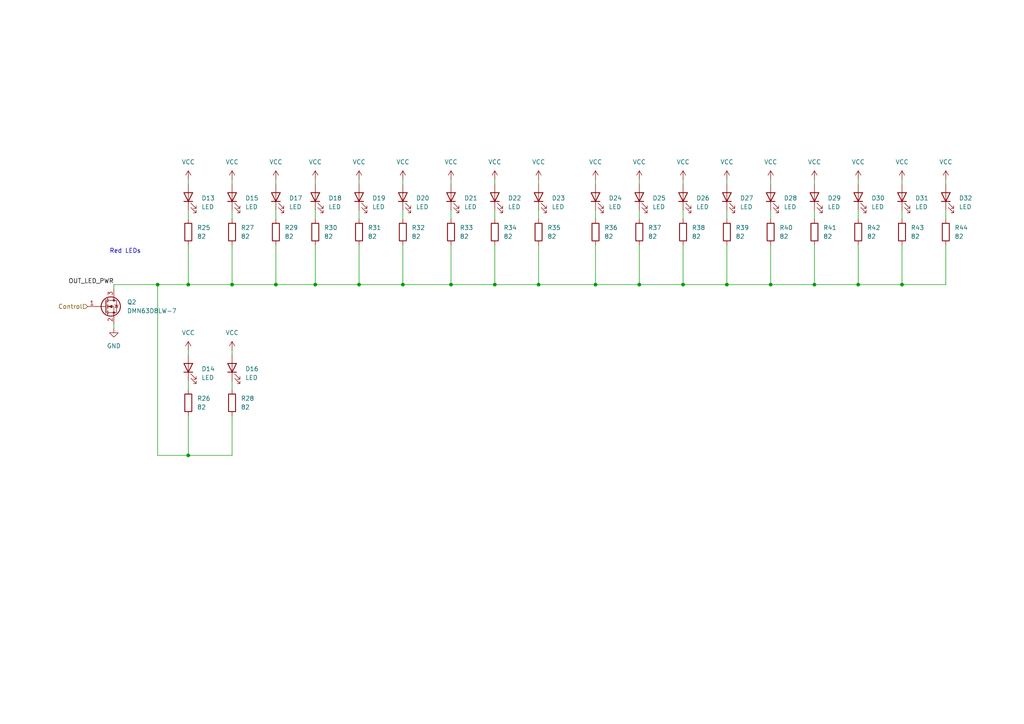
<source format=kicad_sch>
(kicad_sch (version 20211123) (generator eeschema)
  (paper "A4")
  (lib_symbols
    (symbol "Device:LED" (pin_numbers hide) (pin_names (offset 1.016) hide)
      (property "Reference" "D" (at 0 2.54 0))
      (property "Value" "LED" (at 0 -2.54 0))
      (symbol "LED_0_1"
        (polyline (pts (xy -1.27 -1.27) (xy -1.27 1.27)) (stroke (width 0.254)))
        (polyline (pts (xy -1.27 0) (xy 1.27 0)))
        (polyline (pts (xy 1.27 -1.27) (xy 1.27 1.27) (xy -1.27 0) (xy 1.27 -1.27)) (stroke (width 0.254)))
        (polyline (pts (xy -3.048 -0.762) (xy -4.572 -2.286) (xy -3.81 -2.286) (xy -4.572 -2.286) (xy -4.572 -1.524)))
        (polyline (pts (xy -1.778 -0.762) (xy -3.302 -2.286) (xy -2.54 -2.286) (xy -3.302 -2.286) (xy -3.302 -1.524)))
      )
      (symbol "LED_1_1"
        (pin passive line (at -3.81 0 0) (length 2.54) (name "K") (number "1"))
        (pin passive line (at 3.81 0 180) (length 2.54) (name "A") (number "2"))
      )
    )
    (symbol "Device:R" (pin_numbers hide) (pin_names (offset 0))
      (property "Reference" "R" (at 2.032 0 90))
      (property "Value" "R" (at 0 0 90))
      (symbol "R_0_1"
        (rectangle (start -1.016 -2.54) (end 1.016 2.54) (stroke (width 0.254)))
      )
      (symbol "R_1_1"
        (pin passive line (at 0 3.81 270) (length 1.27) (name "~") (number "1"))
        (pin passive line (at 0 -3.81 90) (length 1.27) (name "~") (number "2"))
      )
    )
    (symbol "Transistor_FET:BSN20" (pin_names hide)
      (property "Reference" "Q" (at 5.08 1.905 0))
      (property "Value" "BSN20" (at 5.08 0 0))
      (symbol "BSN20_0_1"
        (polyline (pts (xy 0.254 0) (xy -2.54 0)))
        (polyline (pts (xy 0.254 1.905) (xy 0.254 -1.905)) (stroke (width 0.254)))
        (polyline (pts (xy 0.762 -1.27) (xy 0.762 -2.286)) (stroke (width 0.254)))
        (polyline (pts (xy 0.762 0.508) (xy 0.762 -0.508)) (stroke (width 0.254)))
        (polyline (pts (xy 0.762 2.286) (xy 0.762 1.27)) (stroke (width 0.254)))
        (polyline (pts (xy 2.54 2.54) (xy 2.54 1.778)))
        (polyline (pts (xy 2.54 -2.54) (xy 2.54 0) (xy 0.762 0)))
        (polyline (pts (xy 0.762 -1.778) (xy 3.302 -1.778) (xy 3.302 1.778) (xy 0.762 1.778)))
        (polyline (pts (xy 1.016 0) (xy 2.032 0.381) (xy 2.032 -0.381) (xy 1.016 0)) (fill (type outline)))
        (polyline (pts (xy 2.794 0.508) (xy 2.921 0.381) (xy 3.683 0.381) (xy 3.81 0.254)))
        (polyline (pts (xy 3.302 0.381) (xy 2.921 -0.254) (xy 3.683 -0.254) (xy 3.302 0.381)))
        (circle (center 1.651 0) (radius 2.794) (stroke (width 0.254)))
        (circle (center 2.54 -1.778) (radius 0.254) (fill (type outline)))
        (circle (center 2.54 1.778) (radius 0.254) (fill (type outline)))
      )
      (symbol "BSN20_1_1"
        (pin input line (at -5.08 0 0) (length 2.54) (name "G") (number "1"))
        (pin passive line (at 2.54 -5.08 90) (length 2.54) (name "S") (number "2"))
        (pin passive line (at 2.54 5.08 270) (length 2.54) (name "D") (number "3"))
      )
    )
    (symbol "power:GND" (power) (pin_names (offset 0))
      (property "Value" "GND" (at 0 -3.81 0))
      (symbol "GND_0_1"
        (polyline (pts (xy 0 0) (xy 0 -1.27) (xy 1.27 -1.27) (xy 0 -2.54) (xy -1.27 -1.27) (xy 0 -1.27)))
      )
      (symbol "GND_1_1"
        (pin power_in line (at 0 0 270) (length 0) hide (name "GND") (number "1"))
      )
    )
    (symbol "power:VCC" (power) (pin_names (offset 0))
      (property "Value" "VCC" (at 0 3.81 0))
      (symbol "VCC_0_1"
        (polyline (pts (xy -0.762 1.27) (xy 0 2.54)))
        (polyline (pts (xy 0 0) (xy 0 2.54)))
        (polyline (pts (xy 0 2.54) (xy 0.762 1.27)))
      )
      (symbol "VCC_1_1"
        (pin power_in line (at 0 0 90) (length 0) hide (name "VCC") (number "1"))
      )
    )
  )
  (junction (at 116.84 82.55))
  (junction (at 156.21 82.55))
  (junction (at 45.72 82.55))
  (junction (at 143.51 82.55))
  (junction (at 248.92 82.55))
  (junction (at 80.01 82.55))
  (junction (at 198.12 82.55))
  (junction (at 210.82 82.55))
  (junction (at 54.61 132.08))
  (junction (at 104.14 82.55))
  (junction (at 236.22 82.55))
  (junction (at 185.42 82.55))
  (junction (at 67.31 82.55))
  (junction (at 91.44 82.55))
  (junction (at 130.81 82.55))
  (junction (at 261.62 82.55))
  (junction (at 223.52 82.55))
  (junction (at 172.72 82.55))
  (junction (at 54.61 82.55))
  (wire (pts (xy 261.62 60.96) (xy 261.62 63.5)))
  (wire (pts (xy 236.22 60.96) (xy 236.22 63.5)))
  (wire (pts (xy 156.21 60.96) (xy 156.21 63.5)))
  (wire (pts (xy 54.61 120.65) (xy 54.61 132.08)))
  (wire (pts (xy 67.31 52.07) (xy 67.31 53.34)))
  (wire (pts (xy 248.92 82.55) (xy 261.62 82.55)))
  (wire (pts (xy 143.51 52.07) (xy 143.51 53.34)))
  (wire (pts (xy 67.31 101.6) (xy 67.31 102.87)))
  (wire (pts (xy 236.22 52.07) (xy 236.22 53.34)))
  (wire (pts (xy 210.82 60.96) (xy 210.82 63.5)))
  (wire (pts (xy 172.72 52.07) (xy 172.72 53.34)))
  (wire (pts (xy 80.01 52.07) (xy 80.01 53.34)))
  (wire (pts (xy 45.72 132.08) (xy 54.61 132.08)))
  (wire (pts (xy 248.92 71.12) (xy 248.92 82.55)))
  (wire (pts (xy 33.02 93.98) (xy 33.02 95.25)))
  (wire (pts (xy 54.61 52.07) (xy 54.61 53.34)))
  (wire (pts (xy 54.61 71.12) (xy 54.61 82.55)))
  (wire (pts (xy 80.01 60.96) (xy 80.01 63.5)))
  (wire (pts (xy 185.42 71.12) (xy 185.42 82.55)))
  (wire (pts (xy 198.12 52.07) (xy 198.12 53.34)))
  (wire (pts (xy 261.62 71.12) (xy 261.62 82.55)))
  (wire (pts (xy 198.12 60.96) (xy 198.12 63.5)))
  (wire (pts (xy 104.14 60.96) (xy 104.14 63.5)))
  (wire (pts (xy 274.32 52.07) (xy 274.32 53.34)))
  (wire (pts (xy 198.12 82.55) (xy 210.82 82.55)))
  (wire (pts (xy 54.61 110.49) (xy 54.61 113.03)))
  (wire (pts (xy 54.61 101.6) (xy 54.61 102.87)))
  (wire (pts (xy 116.84 71.12) (xy 116.84 82.55)))
  (wire (pts (xy 45.72 82.55) (xy 45.72 132.08)))
  (wire (pts (xy 54.61 132.08) (xy 67.31 132.08)))
  (wire (pts (xy 274.32 60.96) (xy 274.32 63.5)))
  (wire (pts (xy 172.72 82.55) (xy 185.42 82.55)))
  (wire (pts (xy 80.01 82.55) (xy 91.44 82.55)))
  (wire (pts (xy 185.42 52.07) (xy 185.42 53.34)))
  (wire (pts (xy 67.31 120.65) (xy 67.31 132.08)))
  (wire (pts (xy 91.44 52.07) (xy 91.44 53.34)))
  (wire (pts (xy 91.44 71.12) (xy 91.44 82.55)))
  (wire (pts (xy 156.21 52.07) (xy 156.21 53.34)))
  (wire (pts (xy 104.14 71.12) (xy 104.14 82.55)))
  (wire (pts (xy 172.72 71.12) (xy 172.72 82.55)))
  (wire (pts (xy 130.81 71.12) (xy 130.81 82.55)))
  (wire (pts (xy 210.82 52.07) (xy 210.82 53.34)))
  (wire (pts (xy 130.81 52.07) (xy 130.81 53.34)))
  (wire (pts (xy 104.14 52.07) (xy 104.14 53.34)))
  (wire (pts (xy 223.52 71.12) (xy 223.52 82.55)))
  (wire (pts (xy 45.72 82.55) (xy 54.61 82.55)))
  (wire (pts (xy 54.61 60.96) (xy 54.61 63.5)))
  (wire (pts (xy 223.52 52.07) (xy 223.52 53.34)))
  (wire (pts (xy 67.31 71.12) (xy 67.31 82.55)))
  (wire (pts (xy 198.12 71.12) (xy 198.12 82.55)))
  (wire (pts (xy 104.14 82.55) (xy 116.84 82.55)))
  (wire (pts (xy 143.51 71.12) (xy 143.51 82.55)))
  (wire (pts (xy 185.42 60.96) (xy 185.42 63.5)))
  (wire (pts (xy 33.02 83.82) (xy 33.02 82.55)))
  (wire (pts (xy 33.02 82.55) (xy 45.72 82.55)))
  (wire (pts (xy 91.44 60.96) (xy 91.44 63.5)))
  (wire (pts (xy 248.92 52.07) (xy 248.92 53.34)))
  (wire (pts (xy 116.84 52.07) (xy 116.84 53.34)))
  (wire (pts (xy 223.52 82.55) (xy 236.22 82.55)))
  (wire (pts (xy 223.52 60.96) (xy 223.52 63.5)))
  (wire (pts (xy 172.72 60.96) (xy 172.72 63.5)))
  (wire (pts (xy 156.21 71.12) (xy 156.21 82.55)))
  (wire (pts (xy 67.31 60.96) (xy 67.31 63.5)))
  (wire (pts (xy 261.62 52.07) (xy 261.62 53.34)))
  (wire (pts (xy 116.84 60.96) (xy 116.84 63.5)))
  (wire (pts (xy 261.62 82.55) (xy 274.32 82.55)))
  (wire (pts (xy 236.22 82.55) (xy 248.92 82.55)))
  (wire (pts (xy 236.22 71.12) (xy 236.22 82.55)))
  (wire (pts (xy 67.31 82.55) (xy 80.01 82.55)))
  (wire (pts (xy 274.32 82.55) (xy 274.32 71.12)))
  (wire (pts (xy 80.01 71.12) (xy 80.01 82.55)))
  (wire (pts (xy 248.92 60.96) (xy 248.92 63.5)))
  (wire (pts (xy 210.82 82.55) (xy 223.52 82.55)))
  (wire (pts (xy 143.51 60.96) (xy 143.51 63.5)))
  (wire (pts (xy 67.31 110.49) (xy 67.31 113.03)))
  (wire (pts (xy 91.44 82.55) (xy 104.14 82.55)))
  (wire (pts (xy 130.81 82.55) (xy 143.51 82.55)))
  (wire (pts (xy 185.42 82.55) (xy 198.12 82.55)))
  (wire (pts (xy 143.51 82.55) (xy 156.21 82.55)))
  (wire (pts (xy 54.61 82.55) (xy 67.31 82.55)))
  (wire (pts (xy 210.82 71.12) (xy 210.82 82.55)))
  (wire (pts (xy 116.84 82.55) (xy 130.81 82.55)))
  (wire (pts (xy 130.81 60.96) (xy 130.81 63.5)))
  (wire (pts (xy 156.21 82.55) (xy 172.72 82.55)))
  (text "Red LEDs" (at 31.75 73.66 0) (effects (font (size 1.27 1.27)) (justify left bottom)))
  (label "OUT_LED_PWR" (at 33.02 82.55 180))
  (hierarchical_label "Control" (shape input) (at 25.4 88.9 180))
  (symbol (lib_id "Device:R") (at 54.61 116.84 0) (unit 1)
    (property "Reference" "R26" (at 57.15 115.5699 0) (effects (justify left)))
    (property "Value" "82" (at 57.15 118.1099 0) (effects (justify left)))
    (property "Footprint" "Resistor_SMD:R_1206_3216Metric_Pad1.30x1.75mm_HandSolder" (effects hide))
  )
  (symbol (lib_id "power:GND") (at 33.02 95.25 0) (unit 1)
    (property "Reference" "#PWR037" (effects hide))
    (property "Value" "GND" (at 33.02 100.33 0))
  )
  (symbol (lib_id "Device:R") (at 210.82 67.31 0) (unit 1)
    (property "Reference" "R39" (at 213.36 66.0399 0) (effects (justify left)))
    (property "Value" "82" (at 213.36 68.5799 0) (effects (justify left)))
    (property "Footprint" "Resistor_SMD:R_1206_3216Metric_Pad1.30x1.75mm_HandSolder" (effects hide))
  )
  (symbol (lib_id "Device:R") (at 248.92 67.31 0) (unit 1)
    (property "Reference" "R42" (at 251.46 66.0399 0) (effects (justify left)))
    (property "Value" "82" (at 251.46 68.5799 0) (effects (justify left)))
    (property "Footprint" "Resistor_SMD:R_1206_3216Metric_Pad1.30x1.75mm_HandSolder" (effects hide))
  )
  (symbol (lib_id "Device:LED") (at 248.92 57.15 90) (unit 1)
    (property "Reference" "D30" (at 252.73 57.4674 90) (effects (justify right)))
    (property "Value" "LED" (at 252.73 60.0074 90) (effects (justify right)))
    (property "Footprint" "LED_THT:LED_D5.0mm" (effects hide))
  )
  (symbol (lib_id "power:VCC") (at 210.82 52.07 0) (unit 1)
    (property "Reference" "#PWR052" (effects hide))
    (property "Value" "VCC" (at 210.82 46.99 0))
  )
  (symbol (lib_id "Device:LED") (at 185.42 57.15 90) (unit 1)
    (property "Reference" "D25" (at 189.23 57.4674 90) (effects (justify right)))
    (property "Value" "LED" (at 189.23 60.0074 90) (effects (justify right)))
    (property "Footprint" "LED_THT:LED_D5.0mm" (effects hide))
  )
  (symbol (lib_id "Device:LED") (at 91.44 57.15 90) (unit 1)
    (property "Reference" "D18" (at 95.25 57.4674 90) (effects (justify right)))
    (property "Value" "LED" (at 95.25 60.0074 90) (effects (justify right)))
    (property "Footprint" "LED_THT:LED_D5.0mm" (effects hide))
  )
  (symbol (lib_id "Device:R") (at 91.44 67.31 0) (unit 1)
    (property "Reference" "R30" (at 93.98 66.0399 0) (effects (justify left)))
    (property "Value" "82" (at 93.98 68.5799 0) (effects (justify left)))
    (property "Footprint" "Resistor_SMD:R_1206_3216Metric_Pad1.30x1.75mm_HandSolder" (effects hide))
  )
  (symbol (lib_id "power:VCC") (at 172.72 52.07 0) (unit 1)
    (property "Reference" "#PWR049" (effects hide))
    (property "Value" "VCC" (at 172.72 46.99 0))
  )
  (symbol (lib_id "power:VCC") (at 67.31 101.6 0) (unit 1)
    (property "Reference" "#PWR041" (effects hide))
    (property "Value" "VCC" (at 67.31 96.52 0))
  )
  (symbol (lib_id "Transistor_FET:BSN20") (at 30.48 88.9 0) (unit 1)
    (property "Reference" "Q2" (at 36.83 87.6299 0) (effects (justify left)))
    (property "Value" "DMN63D8LW-7" (at 36.83 90.1699 0) (effects (justify left)))
    (property "Footprint" "Package_TO_SOT_SMD:SOT-323_SC-70_Handsoldering" (effects hide))
    (property "Datasheet" "https://assets.nexperia.com/documents/data-sheet/NX6008NBKW.pdf" (effects hide))
    (property "PN" "NX6008NBKWX" (effects hide))
  )
  (symbol (lib_id "Device:R") (at 172.72 67.31 0) (unit 1)
    (property "Reference" "R36" (at 175.26 66.0399 0) (effects (justify left)))
    (property "Value" "82" (at 175.26 68.5799 0) (effects (justify left)))
    (property "Footprint" "Resistor_SMD:R_1206_3216Metric_Pad1.30x1.75mm_HandSolder" (effects hide))
  )
  (symbol (lib_id "Device:LED") (at 116.84 57.15 90) (unit 1)
    (property "Reference" "D20" (at 120.65 57.4674 90) (effects (justify right)))
    (property "Value" "LED" (at 120.65 60.0074 90) (effects (justify right)))
    (property "Footprint" "LED_THT:LED_D5.0mm" (effects hide))
  )
  (symbol (lib_id "Device:R") (at 274.32 67.31 0) (unit 1)
    (property "Reference" "R44" (at 276.86 66.0399 0) (effects (justify left)))
    (property "Value" "82" (at 276.86 68.5799 0) (effects (justify left)))
    (property "Footprint" "Resistor_SMD:R_1206_3216Metric_Pad1.30x1.75mm_HandSolder" (effects hide))
  )
  (symbol (lib_id "Device:R") (at 236.22 67.31 0) (unit 1)
    (property "Reference" "R41" (at 238.76 66.0399 0) (effects (justify left)))
    (property "Value" "82" (at 238.76 68.5799 0) (effects (justify left)))
    (property "Footprint" "Resistor_SMD:R_1206_3216Metric_Pad1.30x1.75mm_HandSolder" (effects hide))
  )
  (symbol (lib_id "power:VCC") (at 198.12 52.07 0) (unit 1)
    (property "Reference" "#PWR051" (effects hide))
    (property "Value" "VCC" (at 198.12 46.99 0))
  )
  (symbol (lib_id "Device:LED") (at 54.61 106.68 90) (unit 1)
    (property "Reference" "D14" (at 58.42 106.9974 90) (effects (justify right)))
    (property "Value" "LED" (at 58.42 109.5374 90) (effects (justify right)))
    (property "Footprint" "LED_THT:LED_D5.0mm" (effects hide))
  )
  (symbol (lib_id "Device:LED") (at 67.31 106.68 90) (unit 1)
    (property "Reference" "D16" (at 71.12 106.9974 90) (effects (justify right)))
    (property "Value" "LED" (at 71.12 109.5374 90) (effects (justify right)))
    (property "Footprint" "LED_THT:LED_D5.0mm" (effects hide))
  )
  (symbol (lib_id "power:VCC") (at 274.32 52.07 0) (unit 1)
    (property "Reference" "#PWR057" (effects hide))
    (property "Value" "VCC" (at 274.32 46.99 0))
  )
  (symbol (lib_id "Device:R") (at 223.52 67.31 0) (unit 1)
    (property "Reference" "R40" (at 226.06 66.0399 0) (effects (justify left)))
    (property "Value" "82" (at 226.06 68.5799 0) (effects (justify left)))
    (property "Footprint" "Resistor_SMD:R_1206_3216Metric_Pad1.30x1.75mm_HandSolder" (effects hide))
  )
  (symbol (lib_id "Device:LED") (at 156.21 57.15 90) (unit 1)
    (property "Reference" "D23" (at 160.02 57.4674 90) (effects (justify right)))
    (property "Value" "LED" (at 160.02 60.0074 90) (effects (justify right)))
    (property "Footprint" "LED_THT:LED_D5.0mm" (effects hide))
  )
  (symbol (lib_id "Device:R") (at 143.51 67.31 0) (unit 1)
    (property "Reference" "R34" (at 146.05 66.0399 0) (effects (justify left)))
    (property "Value" "82" (at 146.05 68.5799 0) (effects (justify left)))
    (property "Footprint" "Resistor_SMD:R_1206_3216Metric_Pad1.30x1.75mm_HandSolder" (effects hide))
  )
  (symbol (lib_id "power:VCC") (at 54.61 52.07 0) (unit 1)
    (property "Reference" "#PWR038" (effects hide))
    (property "Value" "VCC" (at 54.61 46.99 0))
  )
  (symbol (lib_id "Device:R") (at 67.31 67.31 0) (unit 1)
    (property "Reference" "R27" (at 69.85 66.0399 0) (effects (justify left)))
    (property "Value" "82" (at 69.85 68.5799 0) (effects (justify left)))
    (property "Footprint" "Resistor_SMD:R_1206_3216Metric_Pad1.30x1.75mm_HandSolder" (effects hide))
  )
  (symbol (lib_id "power:VCC") (at 67.31 52.07 0) (unit 1)
    (property "Reference" "#PWR040" (effects hide))
    (property "Value" "VCC" (at 67.31 46.99 0))
  )
  (symbol (lib_id "Device:R") (at 130.81 67.31 0) (unit 1)
    (property "Reference" "R33" (at 133.35 66.0399 0) (effects (justify left)))
    (property "Value" "82" (at 133.35 68.5799 0) (effects (justify left)))
    (property "Footprint" "Resistor_SMD:R_1206_3216Metric_Pad1.30x1.75mm_HandSolder" (effects hide))
  )
  (symbol (lib_id "Device:LED") (at 210.82 57.15 90) (unit 1)
    (property "Reference" "D27" (at 214.63 57.4674 90) (effects (justify right)))
    (property "Value" "LED" (at 214.63 60.0074 90) (effects (justify right)))
    (property "Footprint" "LED_THT:LED_D5.0mm" (effects hide))
  )
  (symbol (lib_id "Device:LED") (at 236.22 57.15 90) (unit 1)
    (property "Reference" "D29" (at 240.03 57.4674 90) (effects (justify right)))
    (property "Value" "LED" (at 240.03 60.0074 90) (effects (justify right)))
    (property "Footprint" "LED_THT:LED_D5.0mm" (effects hide))
  )
  (symbol (lib_id "power:VCC") (at 248.92 52.07 0) (unit 1)
    (property "Reference" "#PWR055" (effects hide))
    (property "Value" "VCC" (at 248.92 46.99 0))
  )
  (symbol (lib_id "Device:LED") (at 130.81 57.15 90) (unit 1)
    (property "Reference" "D21" (at 134.62 57.4674 90) (effects (justify right)))
    (property "Value" "LED" (at 134.62 60.0074 90) (effects (justify right)))
    (property "Footprint" "LED_THT:LED_D5.0mm" (effects hide))
  )
  (symbol (lib_id "Device:LED") (at 198.12 57.15 90) (unit 1)
    (property "Reference" "D26" (at 201.93 57.4674 90) (effects (justify right)))
    (property "Value" "LED" (at 201.93 60.0074 90) (effects (justify right)))
    (property "Footprint" "LED_THT:LED_D5.0mm" (effects hide))
  )
  (symbol (lib_id "power:VCC") (at 236.22 52.07 0) (unit 1)
    (property "Reference" "#PWR054" (effects hide))
    (property "Value" "VCC" (at 236.22 46.99 0))
  )
  (symbol (lib_id "Device:LED") (at 143.51 57.15 90) (unit 1)
    (property "Reference" "D22" (at 147.32 57.4674 90) (effects (justify right)))
    (property "Value" "LED" (at 147.32 60.0074 90) (effects (justify right)))
    (property "Footprint" "LED_THT:LED_D5.0mm" (effects hide))
  )
  (symbol (lib_id "power:VCC") (at 54.61 101.6 0) (unit 1)
    (property "Reference" "#PWR039" (effects hide))
    (property "Value" "VCC" (at 54.61 96.52 0))
  )
  (symbol (lib_id "power:VCC") (at 130.81 52.07 0) (unit 1)
    (property "Reference" "#PWR046" (effects hide))
    (property "Value" "VCC" (at 130.81 46.99 0))
  )
  (symbol (lib_id "Device:LED") (at 172.72 57.15 90) (unit 1)
    (property "Reference" "D24" (at 176.53 57.4674 90) (effects (justify right)))
    (property "Value" "LED" (at 176.53 60.0074 90) (effects (justify right)))
    (property "Footprint" "LED_THT:LED_D5.0mm" (effects hide))
  )
  (symbol (lib_id "power:VCC") (at 104.14 52.07 0) (unit 1)
    (property "Reference" "#PWR044" (effects hide))
    (property "Value" "VCC" (at 104.14 46.99 0))
  )
  (symbol (lib_id "Device:R") (at 67.31 116.84 0) (unit 1)
    (property "Reference" "R28" (at 69.85 115.5699 0) (effects (justify left)))
    (property "Value" "82" (at 69.85 118.1099 0) (effects (justify left)))
    (property "Footprint" "Resistor_SMD:R_1206_3216Metric_Pad1.30x1.75mm_HandSolder" (effects hide))
  )
  (symbol (lib_id "power:VCC") (at 80.01 52.07 0) (unit 1)
    (property "Reference" "#PWR042" (effects hide))
    (property "Value" "VCC" (at 80.01 46.99 0))
  )
  (symbol (lib_id "power:VCC") (at 91.44 52.07 0) (unit 1)
    (property "Reference" "#PWR043" (effects hide))
    (property "Value" "VCC" (at 91.44 46.99 0))
  )
  (symbol (lib_id "Device:LED") (at 54.61 57.15 90) (unit 1)
    (property "Reference" "D13" (at 58.42 57.4674 90) (effects (justify right)))
    (property "Value" "LED" (at 58.42 60.0074 90) (effects (justify right)))
    (property "Footprint" "LED_THT:LED_D5.0mm" (effects hide))
  )
  (symbol (lib_id "Device:LED") (at 274.32 57.15 90) (unit 1)
    (property "Reference" "D32" (at 278.13 57.4674 90) (effects (justify right)))
    (property "Value" "LED" (at 278.13 60.0074 90) (effects (justify right)))
    (property "Footprint" "LED_THT:LED_D5.0mm" (effects hide))
  )
  (symbol (lib_id "Device:LED") (at 104.14 57.15 90) (unit 1)
    (property "Reference" "D19" (at 107.95 57.4674 90) (effects (justify right)))
    (property "Value" "LED" (at 107.95 60.0074 90) (effects (justify right)))
    (property "Footprint" "LED_THT:LED_D5.0mm" (effects hide))
  )
  (symbol (lib_id "Device:R") (at 198.12 67.31 0) (unit 1)
    (property "Reference" "R38" (at 200.66 66.0399 0) (effects (justify left)))
    (property "Value" "82" (at 200.66 68.5799 0) (effects (justify left)))
    (property "Footprint" "Resistor_SMD:R_1206_3216Metric_Pad1.30x1.75mm_HandSolder" (effects hide))
  )
  (symbol (lib_id "Device:R") (at 185.42 67.31 0) (unit 1)
    (property "Reference" "R37" (at 187.96 66.0399 0) (effects (justify left)))
    (property "Value" "82" (at 187.96 68.5799 0) (effects (justify left)))
    (property "Footprint" "Resistor_SMD:R_1206_3216Metric_Pad1.30x1.75mm_HandSolder" (effects hide))
  )
  (symbol (lib_id "Device:R") (at 54.61 67.31 0) (unit 1)
    (property "Reference" "R25" (at 57.15 66.0399 0) (effects (justify left)))
    (property "Value" "82" (at 57.15 68.5799 0) (effects (justify left)))
    (property "Footprint" "Resistor_SMD:R_1206_3216Metric_Pad1.30x1.75mm_HandSolder" (effects hide))
  )
  (symbol (lib_id "Device:LED") (at 80.01 57.15 90) (unit 1)
    (property "Reference" "D17" (at 83.82 57.4674 90) (effects (justify right)))
    (property "Value" "LED" (at 83.82 60.0074 90) (effects (justify right)))
    (property "Footprint" "LED_THT:LED_D5.0mm" (effects hide))
  )
  (symbol (lib_id "power:VCC") (at 143.51 52.07 0) (unit 1)
    (property "Reference" "#PWR047" (effects hide))
    (property "Value" "VCC" (at 143.51 46.99 0))
  )
  (symbol (lib_id "Device:LED") (at 67.31 57.15 90) (unit 1)
    (property "Reference" "D15" (at 71.12 57.4674 90) (effects (justify right)))
    (property "Value" "LED" (at 71.12 60.0074 90) (effects (justify right)))
    (property "Footprint" "LED_THT:LED_D5.0mm" (effects hide))
  )
  (symbol (lib_id "Device:R") (at 261.62 67.31 0) (unit 1)
    (property "Reference" "R43" (at 264.16 66.0399 0) (effects (justify left)))
    (property "Value" "82" (at 264.16 68.5799 0) (effects (justify left)))
    (property "Footprint" "Resistor_SMD:R_1206_3216Metric_Pad1.30x1.75mm_HandSolder" (effects hide))
  )
  (symbol (lib_id "Device:LED") (at 223.52 57.15 90) (unit 1)
    (property "Reference" "D28" (at 227.33 57.4674 90) (effects (justify right)))
    (property "Value" "LED" (at 227.33 60.0074 90) (effects (justify right)))
    (property "Footprint" "LED_THT:LED_D5.0mm" (effects hide))
  )
  (symbol (lib_id "Device:LED") (at 261.62 57.15 90) (unit 1)
    (property "Reference" "D31" (at 265.43 57.4674 90) (effects (justify right)))
    (property "Value" "LED" (at 265.43 60.0074 90) (effects (justify right)))
    (property "Footprint" "LED_THT:LED_D5.0mm" (effects hide))
  )
  (symbol (lib_id "power:VCC") (at 156.21 52.07 0) (unit 1)
    (property "Reference" "#PWR048" (effects hide))
    (property "Value" "VCC" (at 156.21 46.99 0))
  )
  (symbol (lib_id "Device:R") (at 156.21 67.31 0) (unit 1)
    (property "Reference" "R35" (at 158.75 66.0399 0) (effects (justify left)))
    (property "Value" "82" (at 158.75 68.5799 0) (effects (justify left)))
    (property "Footprint" "Resistor_SMD:R_1206_3216Metric_Pad1.30x1.75mm_HandSolder" (effects hide))
  )
  (symbol (lib_id "Device:R") (at 80.01 67.31 0) (unit 1)
    (property "Reference" "R29" (at 82.55 66.0399 0) (effects (justify left)))
    (property "Value" "82" (at 82.55 68.5799 0) (effects (justify left)))
    (property "Footprint" "Resistor_SMD:R_1206_3216Metric_Pad1.30x1.75mm_HandSolder" (effects hide))
  )
  (symbol (lib_id "power:VCC") (at 185.42 52.07 0) (unit 1)
    (property "Reference" "#PWR050" (effects hide))
    (property "Value" "VCC" (at 185.42 46.99 0))
  )
  (symbol (lib_id "power:VCC") (at 223.52 52.07 0) (unit 1)
    (property "Reference" "#PWR053" (effects hide))
    (property "Value" "VCC" (at 223.52 46.99 0))
  )
  (symbol (lib_id "Device:R") (at 116.84 67.31 0) (unit 1)
    (property "Reference" "R32" (at 119.38 66.0399 0) (effects (justify left)))
    (property "Value" "82" (at 119.38 68.5799 0) (effects (justify left)))
    (property "Footprint" "Resistor_SMD:R_1206_3216Metric_Pad1.30x1.75mm_HandSolder" (effects hide))
  )
  (symbol (lib_id "power:VCC") (at 261.62 52.07 0) (unit 1)
    (property "Reference" "#PWR056" (effects hide))
    (property "Value" "VCC" (at 261.62 46.99 0))
  )
  (symbol (lib_id "power:VCC") (at 116.84 52.07 0) (unit 1)
    (property "Reference" "#PWR045" (effects hide))
    (property "Value" "VCC" (at 116.84 46.99 0))
  )
  (symbol (lib_id "Device:R") (at 104.14 67.31 0) (unit 1)
    (property "Reference" "R31" (at 106.68 66.0399 0) (effects (justify left)))
    (property "Value" "82" (at 106.68 68.5799 0) (effects (justify left)))
    (property "Footprint" "Resistor_SMD:R_1206_3216Metric_Pad1.30x1.75mm_HandSolder" (effects hide))
  )
)
</source>
